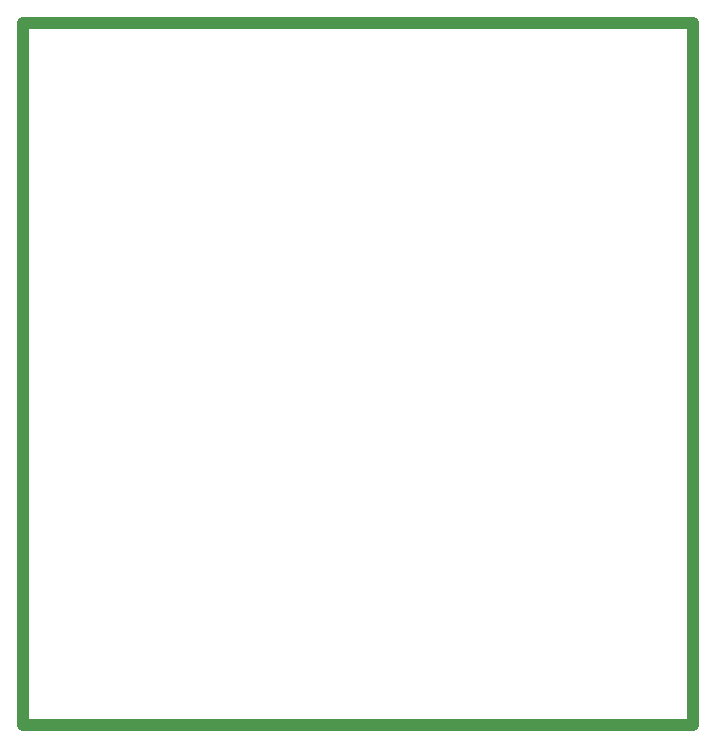
<source format=gbr>
G04 #@! TF.FileFunction,Profile,NP*
%FSLAX46Y46*%
G04 Gerber Fmt 4.6, Leading zero omitted, Abs format (unit mm)*
G04 Created by KiCad (PCBNEW 4.0.2+dfsg1-stable) date Thu 14 Apr 2016 07:40:31 AM EDT*
%MOMM*%
G01*
G04 APERTURE LIST*
%ADD10C,0.100000*%
%ADD11C,1.000000*%
G04 APERTURE END LIST*
D10*
D11*
X-125000Y-127000D02*
X-125000Y59309000D01*
X56642000Y-127000D02*
X-125000Y-127000D01*
X56642000Y59309000D02*
X56642000Y-127000D01*
X-125000Y59309000D02*
X56642000Y59309000D01*
M02*

</source>
